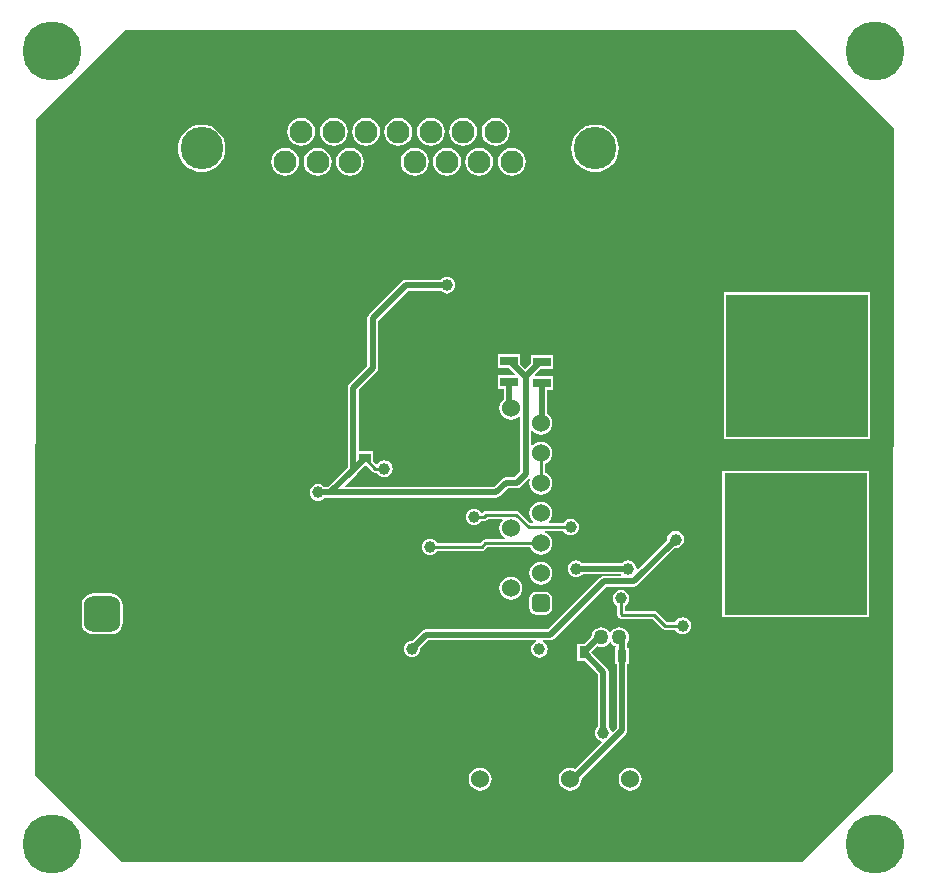
<source format=gbl>
G04 Layer_Physical_Order=2*
G04 Layer_Color=16711680*
%FSLAX25Y25*%
%MOIN*%
G70*
G01*
G75*
%ADD12R,0.03150X0.03937*%
%ADD13R,0.03937X0.03150*%
%ADD26R,0.06000X0.03000*%
%ADD27C,0.01000*%
%ADD28C,0.01969*%
%ADD33R,0.47244X0.47244*%
G04:AMPARAMS|DCode=34|XSize=120mil|YSize=120mil|CornerRadius=30mil|HoleSize=0mil|Usage=FLASHONLY|Rotation=270.000|XOffset=0mil|YOffset=0mil|HoleType=Round|Shape=RoundedRectangle|*
%AMROUNDEDRECTD34*
21,1,0.12000,0.06000,0,0,270.0*
21,1,0.06000,0.12000,0,0,270.0*
1,1,0.06000,-0.03000,-0.03000*
1,1,0.06000,-0.03000,0.03000*
1,1,0.06000,0.03000,0.03000*
1,1,0.06000,0.03000,-0.03000*
%
%ADD34ROUNDEDRECTD34*%
%ADD35C,0.12000*%
%ADD36C,0.06000*%
G04:AMPARAMS|DCode=37|XSize=60mil|YSize=60mil|CornerRadius=15mil|HoleSize=0mil|Usage=FLASHONLY|Rotation=270.000|XOffset=0mil|YOffset=0mil|HoleType=Round|Shape=RoundedRectangle|*
%AMROUNDEDRECTD37*
21,1,0.06000,0.03000,0,0,270.0*
21,1,0.03000,0.06000,0,0,270.0*
1,1,0.03000,-0.01500,-0.01500*
1,1,0.03000,-0.01500,0.01500*
1,1,0.03000,0.01500,0.01500*
1,1,0.03000,0.01500,-0.01500*
%
%ADD37ROUNDEDRECTD37*%
%ADD38C,0.07685*%
%ADD39C,0.14173*%
%ADD40C,0.03937*%
%ADD41C,0.19685*%
%ADD42C,0.05000*%
G36*
X465446Y352073D02*
X465257Y137698D01*
X435043Y107484D01*
X208067D01*
X179072Y136479D01*
X179553Y355143D01*
X209059Y384649D01*
X432870D01*
X465446Y352073D01*
D02*
G37*
%LPC*%
G36*
X392618Y217703D02*
X391899Y217608D01*
X391228Y217331D01*
X390653Y216889D01*
X390211Y216313D01*
X389933Y215643D01*
X389838Y214924D01*
X389865Y214725D01*
X380123Y204983D01*
X379650Y205217D01*
X379555Y205936D01*
X379277Y206606D01*
X378836Y207182D01*
X378260Y207624D01*
X377590Y207902D01*
X376870Y207996D01*
X376151Y207902D01*
X375480Y207624D01*
X374905Y207182D01*
X374782Y207023D01*
X361635D01*
X361513Y207182D01*
X360937Y207624D01*
X360267Y207902D01*
X359547Y207996D01*
X358828Y207902D01*
X358157Y207624D01*
X357582Y207182D01*
X357140Y206606D01*
X356862Y205936D01*
X356768Y205217D01*
X356862Y204497D01*
X357140Y203827D01*
X357582Y203251D01*
X358157Y202809D01*
X358828Y202532D01*
X359547Y202437D01*
X360267Y202532D01*
X360937Y202809D01*
X361513Y203251D01*
X361635Y203410D01*
X374430D01*
X374545Y203251D01*
X374290Y202751D01*
X368661D01*
X367970Y202614D01*
X367384Y202222D01*
X350138Y184976D01*
X309547D01*
X308856Y184838D01*
X308270Y184447D01*
X305022Y181198D01*
X304823Y181225D01*
X304103Y181130D01*
X303433Y180852D01*
X302857Y180410D01*
X302416Y179835D01*
X302138Y179164D01*
X302043Y178445D01*
X302138Y177725D01*
X302416Y177055D01*
X302857Y176479D01*
X303433Y176038D01*
X304103Y175760D01*
X304823Y175665D01*
X305542Y175760D01*
X306213Y176038D01*
X306788Y176479D01*
X307230Y177055D01*
X307508Y177725D01*
X307603Y178445D01*
X307576Y178644D01*
X310296Y181363D01*
X346018D01*
X346118Y180863D01*
X345854Y180754D01*
X345279Y180312D01*
X344837Y179736D01*
X344559Y179066D01*
X344464Y178347D01*
X344559Y177627D01*
X344837Y176957D01*
X345279Y176381D01*
X345854Y175939D01*
X346525Y175662D01*
X347244Y175567D01*
X347964Y175662D01*
X348634Y175939D01*
X349210Y176381D01*
X349651Y176957D01*
X349929Y177627D01*
X350024Y178347D01*
X349929Y179066D01*
X349651Y179736D01*
X349210Y180312D01*
X348634Y180754D01*
X348370Y180863D01*
X348470Y181363D01*
X350886D01*
X351577Y181500D01*
X352163Y181892D01*
X369410Y199138D01*
X378639D01*
X379331Y199276D01*
X379917Y199668D01*
X392419Y212170D01*
X392618Y212144D01*
X393337Y212239D01*
X394008Y212516D01*
X394584Y212958D01*
X395025Y213534D01*
X395303Y214204D01*
X395398Y214924D01*
X395303Y215643D01*
X395025Y216313D01*
X394584Y216889D01*
X394008Y217331D01*
X393337Y217608D01*
X392618Y217703D01*
D02*
G37*
G36*
X347736Y207521D02*
X346747Y207391D01*
X345826Y207009D01*
X345035Y206402D01*
X344428Y205611D01*
X344046Y204690D01*
X343916Y203701D01*
X344046Y202712D01*
X344428Y201791D01*
X345035Y201000D01*
X345826Y200393D01*
X346747Y200011D01*
X347736Y199881D01*
X348725Y200011D01*
X349646Y200393D01*
X350437Y201000D01*
X351045Y201791D01*
X351426Y202712D01*
X351556Y203701D01*
X351426Y204690D01*
X351045Y205611D01*
X350437Y206402D01*
X349646Y207009D01*
X348725Y207391D01*
X347736Y207521D01*
D02*
G37*
G36*
X337736Y202521D02*
X336748Y202391D01*
X335826Y202009D01*
X335035Y201402D01*
X334428Y200611D01*
X334046Y199689D01*
X333916Y198701D01*
X334046Y197712D01*
X334428Y196791D01*
X335035Y196000D01*
X335826Y195393D01*
X336748Y195011D01*
X337736Y194881D01*
X338725Y195011D01*
X339646Y195393D01*
X340437Y196000D01*
X341044Y196791D01*
X341426Y197712D01*
X341556Y198701D01*
X341426Y199689D01*
X341044Y200611D01*
X340437Y201402D01*
X339646Y202009D01*
X338725Y202391D01*
X337736Y202521D01*
D02*
G37*
G36*
X347736Y227521D02*
X346747Y227391D01*
X345826Y227009D01*
X345035Y226402D01*
X344428Y225611D01*
X344046Y224690D01*
X343916Y223701D01*
X344046Y222712D01*
X344428Y221791D01*
X345035Y221000D01*
X345113Y220940D01*
X344952Y220466D01*
X344191D01*
X340528Y224129D01*
X340103Y224413D01*
X339600Y224513D01*
X329501D01*
X328999Y224413D01*
X328573Y224129D01*
X328338Y223894D01*
X328218Y223878D01*
X327767Y223927D01*
X327402Y224402D01*
X326826Y224844D01*
X326156Y225122D01*
X325436Y225217D01*
X324717Y225122D01*
X324047Y224844D01*
X323471Y224402D01*
X323029Y223827D01*
X322752Y223156D01*
X322657Y222437D01*
X322752Y221718D01*
X323029Y221047D01*
X323471Y220472D01*
X324047Y220030D01*
X324717Y219752D01*
X325436Y219657D01*
X326156Y219752D01*
X326826Y220030D01*
X327402Y220472D01*
X327844Y221047D01*
X327876Y221124D01*
X328737D01*
X329239Y221224D01*
X329665Y221509D01*
X330045Y221888D01*
X334891D01*
X334998Y221572D01*
X335024Y221388D01*
X334428Y220611D01*
X334046Y219689D01*
X333916Y218701D01*
X334046Y217712D01*
X334428Y216791D01*
X335035Y216000D01*
X335669Y215513D01*
X335499Y215013D01*
X329271D01*
X328769Y214914D01*
X328343Y214629D01*
X327464Y213750D01*
X313231D01*
X313199Y213827D01*
X312757Y214403D01*
X312181Y214844D01*
X311511Y215122D01*
X310791Y215217D01*
X310072Y215122D01*
X309401Y214844D01*
X308826Y214403D01*
X308384Y213827D01*
X308106Y213156D01*
X308012Y212437D01*
X308106Y211718D01*
X308384Y211047D01*
X308826Y210472D01*
X309401Y210030D01*
X310072Y209752D01*
X310791Y209657D01*
X311511Y209752D01*
X312181Y210030D01*
X312757Y210472D01*
X313199Y211047D01*
X313231Y211124D01*
X328007D01*
X328510Y211224D01*
X328935Y211509D01*
X329815Y212388D01*
X344180D01*
X344428Y211791D01*
X345035Y211000D01*
X345826Y210392D01*
X346747Y210011D01*
X347736Y209881D01*
X348725Y210011D01*
X349646Y210392D01*
X350437Y211000D01*
X351045Y211791D01*
X351426Y212712D01*
X351556Y213701D01*
X351426Y214689D01*
X351045Y215611D01*
X350437Y216402D01*
X349646Y217009D01*
X348845Y217341D01*
X348945Y217841D01*
X355179D01*
X355211Y217764D01*
X355653Y217188D01*
X356228Y216746D01*
X356899Y216469D01*
X357618Y216374D01*
X358337Y216469D01*
X359008Y216746D01*
X359584Y217188D01*
X360025Y217764D01*
X360303Y218434D01*
X360398Y219153D01*
X360303Y219873D01*
X360025Y220543D01*
X359584Y221119D01*
X359008Y221561D01*
X358337Y221838D01*
X357618Y221933D01*
X356899Y221838D01*
X356228Y221561D01*
X355653Y221119D01*
X355211Y220543D01*
X355179Y220466D01*
X350520D01*
X350359Y220940D01*
X350437Y221000D01*
X351045Y221791D01*
X351426Y222712D01*
X351556Y223701D01*
X351426Y224690D01*
X351045Y225611D01*
X350437Y226402D01*
X349646Y227009D01*
X348725Y227391D01*
X347736Y227521D01*
D02*
G37*
G36*
X262500Y345556D02*
X261291Y345397D01*
X260165Y344930D01*
X259198Y344188D01*
X258456Y343221D01*
X257989Y342094D01*
X257830Y340886D01*
X257989Y339677D01*
X258456Y338551D01*
X259198Y337584D01*
X260165Y336842D01*
X261291Y336375D01*
X262500Y336216D01*
X263709Y336375D01*
X264835Y336842D01*
X265802Y337584D01*
X266544Y338551D01*
X267011Y339677D01*
X267170Y340886D01*
X267011Y342094D01*
X266544Y343221D01*
X265802Y344188D01*
X264835Y344930D01*
X263709Y345397D01*
X262500Y345556D01*
D02*
G37*
G36*
X316437Y302484D02*
X315718Y302390D01*
X315047Y302112D01*
X314472Y301670D01*
X314349Y301511D01*
X302731D01*
X302040Y301374D01*
X301454Y300982D01*
X290357Y289885D01*
X289965Y289299D01*
X289827Y288608D01*
Y272795D01*
X283860Y266828D01*
X283469Y266242D01*
X283331Y265551D01*
Y238937D01*
X276811Y232417D01*
X275513D01*
X275391Y232576D01*
X274815Y233017D01*
X274145Y233295D01*
X273425Y233390D01*
X272706Y233295D01*
X272035Y233017D01*
X271460Y232576D01*
X271018Y232000D01*
X270740Y231330D01*
X270645Y230610D01*
X270740Y229891D01*
X271018Y229220D01*
X271460Y228645D01*
X272035Y228203D01*
X272706Y227925D01*
X273425Y227831D01*
X274145Y227925D01*
X274815Y228203D01*
X275391Y228645D01*
X275513Y228804D01*
X332897D01*
X333589Y228941D01*
X334175Y229333D01*
X336965Y232123D01*
X339713D01*
X340404Y232260D01*
X340990Y232652D01*
X343843Y235505D01*
X344267Y235221D01*
X344046Y234689D01*
X343916Y233701D01*
X344046Y232712D01*
X344428Y231791D01*
X345035Y231000D01*
X345826Y230393D01*
X346747Y230011D01*
X347736Y229881D01*
X348725Y230011D01*
X349646Y230393D01*
X350437Y231000D01*
X351045Y231791D01*
X351426Y232712D01*
X351556Y233701D01*
X351426Y234689D01*
X351045Y235611D01*
X350437Y236402D01*
X349646Y237009D01*
X349049Y237257D01*
Y240145D01*
X349646Y240392D01*
X350437Y241000D01*
X351045Y241791D01*
X351426Y242712D01*
X351556Y243701D01*
X351426Y244689D01*
X351045Y245611D01*
X350437Y246402D01*
X349646Y247009D01*
X348725Y247391D01*
X347736Y247521D01*
X346747Y247391D01*
X345826Y247009D01*
X345035Y246402D01*
X344945Y246285D01*
X344472Y246446D01*
Y250956D01*
X344945Y251117D01*
X345035Y251000D01*
X345826Y250393D01*
X346747Y250011D01*
X347736Y249881D01*
X348725Y250011D01*
X349646Y250393D01*
X350437Y251000D01*
X351045Y251791D01*
X351426Y252712D01*
X351556Y253701D01*
X351426Y254690D01*
X351045Y255611D01*
X350437Y256402D01*
X349936Y256786D01*
Y264783D01*
X351917D01*
Y269358D01*
X345838D01*
X345646Y269820D01*
X347610Y271783D01*
X351917D01*
Y276358D01*
X344342D01*
Y273625D01*
X342598Y271881D01*
X340894Y273585D01*
Y276752D01*
X333319D01*
Y272177D01*
X337193D01*
X339156Y270214D01*
X338965Y269752D01*
X333319D01*
Y265177D01*
X335300D01*
Y261605D01*
X335035Y261402D01*
X334428Y260611D01*
X334046Y259689D01*
X333916Y258701D01*
X334046Y257712D01*
X334428Y256791D01*
X335035Y256000D01*
X335826Y255393D01*
X336748Y255011D01*
X337736Y254881D01*
X338725Y255011D01*
X339646Y255393D01*
X340359Y255939D01*
X340859Y255806D01*
Y237630D01*
X338965Y235736D01*
X336216D01*
X335525Y235598D01*
X334939Y235206D01*
X332149Y232417D01*
X282573D01*
X282382Y232878D01*
X286415Y236912D01*
X289169Y239665D01*
X289482D01*
X291493Y237654D01*
X291919Y237370D01*
X292421Y237270D01*
X293132D01*
X293164Y237193D01*
X293605Y236617D01*
X294181Y236175D01*
X294851Y235898D01*
X295571Y235803D01*
X296290Y235898D01*
X296961Y236175D01*
X297536Y236617D01*
X297978Y237193D01*
X298256Y237863D01*
X298351Y238583D01*
X298256Y239302D01*
X297978Y239972D01*
X297536Y240548D01*
X296961Y240990D01*
X296290Y241268D01*
X295571Y241362D01*
X294851Y241268D01*
X294181Y240990D01*
X293605Y240548D01*
X293338Y240200D01*
X292760Y240136D01*
X292700Y240160D01*
X291732Y241128D01*
Y244390D01*
X286944D01*
Y264803D01*
X292911Y270770D01*
X293303Y271356D01*
X293440Y272047D01*
Y287859D01*
X303479Y297898D01*
X314349D01*
X314472Y297739D01*
X315047Y297297D01*
X315718Y297020D01*
X316437Y296925D01*
X317156Y297020D01*
X317827Y297297D01*
X318403Y297739D01*
X318844Y298315D01*
X319122Y298985D01*
X319217Y299705D01*
X319122Y300424D01*
X318844Y301095D01*
X318403Y301670D01*
X317827Y302112D01*
X317156Y302390D01*
X316437Y302484D01*
D02*
G37*
G36*
X457579Y297342D02*
X408760D01*
Y248524D01*
X457579D01*
Y297342D01*
D02*
G37*
G36*
X204575Y196978D02*
X198575D01*
X197586Y196847D01*
X196665Y196466D01*
X195874Y195859D01*
X195266Y195068D01*
X194885Y194146D01*
X194755Y193157D01*
Y187157D01*
X194885Y186169D01*
X195266Y185247D01*
X195874Y184456D01*
X196665Y183849D01*
X197586Y183468D01*
X198575Y183337D01*
X204575D01*
X205563Y183468D01*
X206485Y183849D01*
X207276Y184456D01*
X207883Y185247D01*
X208265Y186169D01*
X208395Y187157D01*
Y193157D01*
X208265Y194146D01*
X207883Y195068D01*
X207276Y195859D01*
X206485Y196466D01*
X205563Y196847D01*
X204575Y196978D01*
D02*
G37*
G36*
X377559Y138859D02*
X376570Y138729D01*
X375649Y138348D01*
X374858Y137741D01*
X374251Y136949D01*
X373869Y136028D01*
X373739Y135039D01*
X373869Y134051D01*
X374251Y133129D01*
X374858Y132338D01*
X375649Y131731D01*
X376570Y131350D01*
X377559Y131219D01*
X378548Y131350D01*
X379469Y131731D01*
X380260Y132338D01*
X380867Y133129D01*
X381249Y134051D01*
X381379Y135039D01*
X381249Y136028D01*
X380867Y136949D01*
X380260Y137741D01*
X379469Y138348D01*
X378548Y138729D01*
X377559Y138859D01*
D02*
G37*
G36*
X327559D02*
X326570Y138729D01*
X325649Y138348D01*
X324858Y137741D01*
X324251Y136949D01*
X323869Y136028D01*
X323739Y135039D01*
X323869Y134051D01*
X324251Y133129D01*
X324858Y132338D01*
X325649Y131731D01*
X326570Y131350D01*
X327559Y131219D01*
X328548Y131350D01*
X329469Y131731D01*
X330260Y132338D01*
X330867Y133129D01*
X331249Y134051D01*
X331379Y135039D01*
X331249Y136028D01*
X330867Y136949D01*
X330260Y137741D01*
X329469Y138348D01*
X328548Y138729D01*
X327559Y138859D01*
D02*
G37*
G36*
X374410Y198055D02*
X373690Y197960D01*
X373020Y197683D01*
X372444Y197241D01*
X372002Y196665D01*
X371725Y195995D01*
X371630Y195276D01*
X371725Y194556D01*
X372002Y193886D01*
X372444Y193310D01*
X373020Y192868D01*
X373097Y192836D01*
Y190157D01*
X373197Y189655D01*
X373481Y189229D01*
X373875Y188836D01*
X374301Y188551D01*
X374803Y188451D01*
X384889D01*
X388048Y185292D01*
X388474Y185008D01*
X388976Y184908D01*
X392541D01*
X392573Y184831D01*
X393015Y184255D01*
X393590Y183813D01*
X394261Y183536D01*
X394980Y183441D01*
X395700Y183536D01*
X396370Y183813D01*
X396946Y184255D01*
X397388Y184831D01*
X397665Y185501D01*
X397760Y186221D01*
X397665Y186940D01*
X397388Y187610D01*
X396946Y188186D01*
X396370Y188628D01*
X395700Y188905D01*
X394980Y189000D01*
X394261Y188905D01*
X393590Y188628D01*
X393015Y188186D01*
X392573Y187610D01*
X392541Y187533D01*
X389520D01*
X386361Y190692D01*
X385935Y190977D01*
X385433Y191076D01*
X375722D01*
Y192836D01*
X375799Y192868D01*
X376375Y193310D01*
X376817Y193886D01*
X377094Y194556D01*
X377189Y195276D01*
X377094Y195995D01*
X376817Y196665D01*
X376375Y197241D01*
X375799Y197683D01*
X375129Y197960D01*
X374410Y198055D01*
D02*
G37*
G36*
X349236Y197533D02*
X346236D01*
X345344Y197355D01*
X344587Y196850D01*
X344081Y196093D01*
X343904Y195201D01*
Y192201D01*
X344081Y191308D01*
X344587Y190552D01*
X345344Y190046D01*
X346236Y189869D01*
X349236D01*
X350129Y190046D01*
X350885Y190552D01*
X351391Y191308D01*
X351568Y192201D01*
Y195201D01*
X351391Y196093D01*
X350885Y196850D01*
X350129Y197355D01*
X349236Y197533D01*
D02*
G37*
G36*
X457087Y237795D02*
X408268D01*
Y188976D01*
X457087D01*
Y237795D01*
D02*
G37*
G36*
X373917Y185698D02*
X373059Y185585D01*
X372259Y185253D01*
X371573Y184727D01*
X371164Y184193D01*
X371042Y184154D01*
X370690Y184154D01*
X370568Y184193D01*
X370159Y184726D01*
X369473Y185253D01*
X368673Y185584D01*
X367815Y185697D01*
X366956Y185584D01*
X366157Y185253D01*
X365470Y184726D01*
X364943Y184040D01*
X364612Y183240D01*
X364499Y182382D01*
X364505Y182335D01*
X362209Y180039D01*
X359646D01*
Y174528D01*
X362209D01*
X366698Y170039D01*
Y152481D01*
X366538Y152359D01*
X366097Y151784D01*
X365819Y151113D01*
X365724Y150394D01*
X365819Y149674D01*
X366097Y149004D01*
X366538Y148428D01*
X367114Y147986D01*
X367785Y147709D01*
X367904Y147693D01*
X368065Y147220D01*
X359274Y138429D01*
X358548Y138729D01*
X357559Y138859D01*
X356570Y138729D01*
X355649Y138348D01*
X354858Y137741D01*
X354251Y136949D01*
X353869Y136028D01*
X353739Y135039D01*
X353869Y134051D01*
X354251Y133129D01*
X354858Y132338D01*
X355649Y131731D01*
X356570Y131350D01*
X357559Y131219D01*
X358548Y131350D01*
X359469Y131731D01*
X360260Y132338D01*
X360867Y133129D01*
X361249Y134051D01*
X361379Y135039D01*
X361334Y135380D01*
X376080Y150126D01*
X376472Y150712D01*
X376609Y151403D01*
Y173327D01*
X377165D01*
Y178839D01*
X376609D01*
Y180490D01*
X376789Y180724D01*
X377120Y181524D01*
X377233Y182382D01*
X377120Y183240D01*
X376789Y184040D01*
X376262Y184727D01*
X375575Y185253D01*
X374776Y185585D01*
X373917Y185698D01*
D02*
G37*
G36*
X289469Y355556D02*
X288260Y355397D01*
X287134Y354930D01*
X286166Y354188D01*
X285424Y353221D01*
X284958Y352095D01*
X284799Y350886D01*
X284958Y349677D01*
X285424Y348551D01*
X286166Y347584D01*
X287134Y346842D01*
X288260Y346375D01*
X289469Y346216D01*
X290677Y346375D01*
X291803Y346842D01*
X292771Y347584D01*
X293513Y348551D01*
X293979Y349677D01*
X294138Y350886D01*
X293979Y352095D01*
X293513Y353221D01*
X292771Y354188D01*
X291803Y354930D01*
X290677Y355397D01*
X289469Y355556D01*
D02*
G37*
G36*
X278681D02*
X277472Y355397D01*
X276346Y354930D01*
X275379Y354188D01*
X274637Y353221D01*
X274170Y352095D01*
X274011Y350886D01*
X274170Y349677D01*
X274637Y348551D01*
X275379Y347584D01*
X276346Y346842D01*
X277472Y346375D01*
X278681Y346216D01*
X279890Y346375D01*
X281016Y346842D01*
X281983Y347584D01*
X282725Y348551D01*
X283192Y349677D01*
X283351Y350886D01*
X283192Y352095D01*
X282725Y353221D01*
X281983Y354188D01*
X281016Y354930D01*
X279890Y355397D01*
X278681Y355556D01*
D02*
G37*
G36*
X267894D02*
X266685Y355397D01*
X265559Y354930D01*
X264592Y354188D01*
X263849Y353221D01*
X263383Y352095D01*
X263224Y350886D01*
X263383Y349677D01*
X263849Y348551D01*
X264592Y347584D01*
X265559Y346842D01*
X266685Y346375D01*
X267894Y346216D01*
X269102Y346375D01*
X270229Y346842D01*
X271196Y347584D01*
X271938Y348551D01*
X272405Y349677D01*
X272564Y350886D01*
X272405Y352095D01*
X271938Y353221D01*
X271196Y354188D01*
X270229Y354930D01*
X269102Y355397D01*
X267894Y355556D01*
D02*
G37*
G36*
X300256D02*
X299047Y355397D01*
X297921Y354930D01*
X296954Y354188D01*
X296212Y353221D01*
X295745Y352095D01*
X295586Y350886D01*
X295745Y349677D01*
X296212Y348551D01*
X296954Y347584D01*
X297921Y346842D01*
X299047Y346375D01*
X300256Y346216D01*
X301465Y346375D01*
X302591Y346842D01*
X303558Y347584D01*
X304300Y348551D01*
X304767Y349677D01*
X304926Y350886D01*
X304767Y352095D01*
X304300Y353221D01*
X303558Y354188D01*
X302591Y354930D01*
X301465Y355397D01*
X300256Y355556D01*
D02*
G37*
G36*
X332618D02*
X331410Y355397D01*
X330283Y354930D01*
X329316Y354188D01*
X328574Y353221D01*
X328107Y352095D01*
X327948Y350886D01*
X328107Y349677D01*
X328574Y348551D01*
X329316Y347584D01*
X330283Y346842D01*
X331410Y346375D01*
X332618Y346216D01*
X333827Y346375D01*
X334953Y346842D01*
X335920Y347584D01*
X336662Y348551D01*
X337129Y349677D01*
X337288Y350886D01*
X337129Y352095D01*
X336662Y353221D01*
X335920Y354188D01*
X334953Y354930D01*
X333827Y355397D01*
X332618Y355556D01*
D02*
G37*
G36*
X321831D02*
X320622Y355397D01*
X319496Y354930D01*
X318529Y354188D01*
X317787Y353221D01*
X317320Y352095D01*
X317161Y350886D01*
X317320Y349677D01*
X317787Y348551D01*
X318529Y347584D01*
X319496Y346842D01*
X320622Y346375D01*
X321831Y346216D01*
X323039Y346375D01*
X324166Y346842D01*
X325133Y347584D01*
X325875Y348551D01*
X326342Y349677D01*
X326501Y350886D01*
X326342Y352095D01*
X325875Y353221D01*
X325133Y354188D01*
X324166Y354930D01*
X323039Y355397D01*
X321831Y355556D01*
D02*
G37*
G36*
X311043D02*
X309835Y355397D01*
X308708Y354930D01*
X307741Y354188D01*
X306999Y353221D01*
X306533Y352095D01*
X306374Y350886D01*
X306533Y349677D01*
X306999Y348551D01*
X307741Y347584D01*
X308708Y346842D01*
X309835Y346375D01*
X311043Y346216D01*
X312252Y346375D01*
X313378Y346842D01*
X314345Y347584D01*
X315088Y348551D01*
X315554Y349677D01*
X315713Y350886D01*
X315554Y352095D01*
X315088Y353221D01*
X314345Y354188D01*
X313378Y354930D01*
X312252Y355397D01*
X311043Y355556D01*
D02*
G37*
G36*
X365846Y353207D02*
X364303Y353055D01*
X362819Y352605D01*
X361451Y351874D01*
X360252Y350890D01*
X359268Y349691D01*
X358537Y348323D01*
X358086Y346839D01*
X357934Y345295D01*
X358086Y343752D01*
X358537Y342267D01*
X359268Y340899D01*
X360252Y339701D01*
X361451Y338717D01*
X362819Y337985D01*
X364303Y337535D01*
X365846Y337383D01*
X367390Y337535D01*
X368874Y337985D01*
X370242Y338717D01*
X371441Y339701D01*
X372425Y340899D01*
X373156Y342267D01*
X373607Y343752D01*
X373759Y345295D01*
X373607Y346839D01*
X373156Y348323D01*
X372425Y349691D01*
X371441Y350890D01*
X370242Y351874D01*
X368874Y352605D01*
X367390Y353055D01*
X365846Y353207D01*
D02*
G37*
G36*
X305650Y345556D02*
X304441Y345397D01*
X303315Y344930D01*
X302347Y344188D01*
X301605Y343221D01*
X301139Y342094D01*
X300980Y340886D01*
X301139Y339677D01*
X301605Y338551D01*
X302347Y337584D01*
X303315Y336842D01*
X304441Y336375D01*
X305650Y336216D01*
X306858Y336375D01*
X307985Y336842D01*
X308952Y337584D01*
X309694Y338551D01*
X310160Y339677D01*
X310319Y340886D01*
X310160Y342094D01*
X309694Y343221D01*
X308952Y344188D01*
X307985Y344930D01*
X306858Y345397D01*
X305650Y345556D01*
D02*
G37*
G36*
X284075D02*
X282866Y345397D01*
X281740Y344930D01*
X280773Y344188D01*
X280031Y343221D01*
X279564Y342094D01*
X279405Y340886D01*
X279564Y339677D01*
X280031Y338551D01*
X280773Y337584D01*
X281740Y336842D01*
X282866Y336375D01*
X284075Y336216D01*
X285283Y336375D01*
X286410Y336842D01*
X287377Y337584D01*
X288119Y338551D01*
X288586Y339677D01*
X288745Y340886D01*
X288586Y342094D01*
X288119Y343221D01*
X287377Y344188D01*
X286410Y344930D01*
X285283Y345397D01*
X284075Y345556D01*
D02*
G37*
G36*
X273287D02*
X272079Y345397D01*
X270953Y344930D01*
X269985Y344188D01*
X269243Y343221D01*
X268777Y342094D01*
X268618Y340886D01*
X268777Y339677D01*
X269243Y338551D01*
X269985Y337584D01*
X270953Y336842D01*
X272079Y336375D01*
X273287Y336216D01*
X274496Y336375D01*
X275622Y336842D01*
X276589Y337584D01*
X277332Y338551D01*
X277798Y339677D01*
X277957Y340886D01*
X277798Y342094D01*
X277332Y343221D01*
X276589Y344188D01*
X275622Y344930D01*
X274496Y345397D01*
X273287Y345556D01*
D02*
G37*
G36*
X316437D02*
X315228Y345397D01*
X314102Y344930D01*
X313135Y344188D01*
X312393Y343221D01*
X311926Y342094D01*
X311767Y340886D01*
X311926Y339677D01*
X312393Y338551D01*
X313135Y337584D01*
X314102Y336842D01*
X315228Y336375D01*
X316437Y336216D01*
X317646Y336375D01*
X318772Y336842D01*
X319739Y337584D01*
X320481Y338551D01*
X320948Y339677D01*
X321107Y340886D01*
X320948Y342094D01*
X320481Y343221D01*
X319739Y344188D01*
X318772Y344930D01*
X317646Y345397D01*
X316437Y345556D01*
D02*
G37*
G36*
X338012D02*
X336803Y345397D01*
X335677Y344930D01*
X334710Y344188D01*
X333968Y343221D01*
X333501Y342094D01*
X333342Y340886D01*
X333501Y339677D01*
X333968Y338551D01*
X334710Y337584D01*
X335677Y336842D01*
X336803Y336375D01*
X338012Y336216D01*
X339220Y336375D01*
X340347Y336842D01*
X341314Y337584D01*
X342056Y338551D01*
X342523Y339677D01*
X342682Y340886D01*
X342523Y342094D01*
X342056Y343221D01*
X341314Y344188D01*
X340347Y344930D01*
X339220Y345397D01*
X338012Y345556D01*
D02*
G37*
G36*
X234665Y353207D02*
X233122Y353055D01*
X231638Y352605D01*
X230270Y351874D01*
X229071Y350890D01*
X228087Y349691D01*
X227356Y348323D01*
X226905Y346839D01*
X226753Y345295D01*
X226905Y343752D01*
X227356Y342267D01*
X228087Y340899D01*
X229071Y339701D01*
X230270Y338717D01*
X231638Y337985D01*
X233122Y337535D01*
X234665Y337383D01*
X236209Y337535D01*
X237693Y337985D01*
X239061Y338717D01*
X240260Y339701D01*
X241244Y340899D01*
X241975Y342267D01*
X242425Y343752D01*
X242578Y345295D01*
X242425Y346839D01*
X241975Y348323D01*
X241244Y349691D01*
X240260Y350890D01*
X239061Y351874D01*
X237693Y352605D01*
X236209Y353055D01*
X234665Y353207D01*
D02*
G37*
G36*
X327224Y345556D02*
X326016Y345397D01*
X324889Y344930D01*
X323922Y344188D01*
X323180Y343221D01*
X322714Y342094D01*
X322555Y340886D01*
X322714Y339677D01*
X323180Y338551D01*
X323922Y337584D01*
X324889Y336842D01*
X326016Y336375D01*
X327224Y336216D01*
X328433Y336375D01*
X329559Y336842D01*
X330526Y337584D01*
X331269Y338551D01*
X331735Y339677D01*
X331894Y340886D01*
X331735Y342094D01*
X331269Y343221D01*
X330526Y344188D01*
X329559Y344930D01*
X328433Y345397D01*
X327224Y345556D01*
D02*
G37*
%LPD*%
G36*
X371164Y180570D02*
X371573Y180037D01*
X372259Y179510D01*
X372674Y179339D01*
X372575Y178839D01*
X372441D01*
Y173327D01*
X372997D01*
Y152152D01*
X371678Y150833D01*
X371205Y150994D01*
X371189Y151113D01*
X370911Y151784D01*
X370469Y152359D01*
X370310Y152481D01*
Y170787D01*
X370173Y171479D01*
X369781Y172065D01*
X364563Y177284D01*
X366604Y179325D01*
X366956Y179179D01*
X367815Y179066D01*
X368673Y179179D01*
X369473Y179510D01*
X370159Y180037D01*
X370568Y180570D01*
X370690Y180609D01*
X371042Y180609D01*
X371164Y180570D01*
D02*
G37*
D12*
X362008Y177284D02*
D03*
X356299D02*
D03*
X374803Y176083D02*
D03*
X380512D02*
D03*
D13*
X288976Y242028D02*
D03*
Y247736D02*
D03*
D26*
X348130Y267071D02*
D03*
Y274071D02*
D03*
X337106Y267465D02*
D03*
Y274465D02*
D03*
D27*
X342564Y269701D02*
X347131Y274268D01*
X357559Y135039D02*
X358439D01*
X343647Y219153D02*
X357618D01*
X339600Y223201D02*
X343647Y219153D01*
X374410Y190157D02*
Y195276D01*
X310791Y212437D02*
X328007D01*
X329271Y213701D01*
X347736D01*
X325436Y222437D02*
X328737D01*
X346850Y254587D02*
X347736Y253701D01*
X294291Y247736D02*
X297244Y244783D01*
X328737Y222437D02*
X329501Y223201D01*
X288976Y247736D02*
X294291D01*
X292421Y238583D02*
X295571D01*
X288976Y242028D02*
X292421Y238583D01*
X388976Y186221D02*
X394980D01*
X385433Y189764D02*
X388976Y186221D01*
X374803Y189764D02*
X385433D01*
X374410Y190157D02*
X374803Y189764D01*
X347736Y233701D02*
Y243701D01*
X337736Y267209D02*
X337894Y267366D01*
X329501Y223201D02*
X339600D01*
X337894Y274031D02*
Y274366D01*
X347131Y274268D02*
X347539D01*
X402286Y186024D02*
X402559D01*
D28*
X302731Y299705D02*
X316437D01*
X291634Y288608D02*
X302731Y299705D01*
X291634Y272047D02*
Y288608D01*
X285138Y265551D02*
X291634Y272047D01*
X285138Y238189D02*
Y265551D01*
X347736Y253701D02*
X348130Y254095D01*
Y267071D01*
X337106Y259331D02*
X337736Y258701D01*
X337106Y259331D02*
Y267465D01*
X342665Y269531D02*
Y269600D01*
Y236882D02*
Y269531D01*
X342564Y269701D02*
X342665Y269600D01*
Y269531D02*
X342802D01*
X342394D02*
X342665D01*
X342802D02*
X347539Y274268D01*
X337894Y274031D02*
X342394Y269531D01*
X339713Y233929D02*
X342665Y236882D01*
X277559Y230610D02*
X332897D01*
X273425D02*
X277559D01*
X336216Y233929D02*
X339713D01*
X332897Y230610D02*
X336216Y233929D01*
X358439Y135039D02*
X374803Y151403D01*
Y176083D01*
X368504Y150394D02*
Y170787D01*
X362008Y177284D02*
X368504Y170787D01*
X378639Y200945D02*
X392618Y214924D01*
X368661Y200945D02*
X378639D01*
X350886Y183169D02*
X368661Y200945D01*
X309547Y183169D02*
X350886D01*
X304823Y178445D02*
X309547Y183169D01*
X359547Y205217D02*
X376870D01*
X277559Y230610D02*
X285138Y238189D01*
X288976Y242028D01*
X362008Y177284D02*
X367106Y182382D01*
X367815D01*
X374803Y176083D02*
Y181496D01*
X373917Y182382D02*
X374803Y181496D01*
D33*
X433366Y154232D02*
D03*
X432677Y213386D02*
D03*
X433169Y272933D02*
D03*
D34*
X201575Y190157D02*
D03*
D35*
Y170473D02*
D03*
D36*
X337736Y258701D02*
D03*
X347736Y253701D02*
D03*
X337736Y248701D02*
D03*
X347736Y243701D02*
D03*
X337736Y238701D02*
D03*
X347736Y233701D02*
D03*
X337736Y218701D02*
D03*
X347736Y223701D02*
D03*
X337736Y228701D02*
D03*
X347736Y213701D02*
D03*
X337736Y208701D02*
D03*
Y198701D02*
D03*
X347736Y203701D02*
D03*
X327559Y135039D02*
D03*
X337559D02*
D03*
X357559D02*
D03*
X367559D02*
D03*
X377559D02*
D03*
D37*
X347736Y193701D02*
D03*
D38*
X338012Y340886D02*
D03*
X327224D02*
D03*
X316437D02*
D03*
X305650D02*
D03*
X294902D02*
D03*
X284075D02*
D03*
X273287D02*
D03*
X262500D02*
D03*
X332618Y350886D02*
D03*
X321831D02*
D03*
X311043D02*
D03*
X300256D02*
D03*
X289469D02*
D03*
X278681D02*
D03*
X267894D02*
D03*
D39*
X365846Y345295D02*
D03*
X234665D02*
D03*
D40*
X347244Y158346D02*
D03*
X337244Y168347D02*
D03*
X347244Y178347D02*
D03*
X261811Y211614D02*
D03*
X222539Y245374D02*
D03*
X318996Y164665D02*
D03*
X307185Y161909D02*
D03*
X280413Y132382D02*
D03*
Y146555D02*
D03*
X235138Y222539D02*
D03*
X216634Y243012D02*
D03*
X250886Y246161D02*
D03*
X219783Y264665D02*
D03*
X247736Y261909D02*
D03*
X243406Y195768D02*
D03*
X280413Y267027D02*
D03*
X231201Y196949D02*
D03*
X222933D02*
D03*
X257579Y148917D02*
D03*
Y154823D02*
D03*
Y160728D02*
D03*
X243799Y150886D02*
D03*
Y156791D02*
D03*
X320571Y179232D02*
D03*
X243799Y168602D02*
D03*
X280413Y139469D02*
D03*
X393799Y203248D02*
D03*
X392618Y214924D02*
D03*
X304823Y178445D02*
D03*
X376870Y205217D02*
D03*
X359547D02*
D03*
X291043Y182382D02*
D03*
X270374Y186319D02*
D03*
X253248Y183169D02*
D03*
X384744Y235531D02*
D03*
X378051Y227658D02*
D03*
X357618Y219153D02*
D03*
X374410Y195276D02*
D03*
X200689Y235335D02*
D03*
X257579Y288681D02*
D03*
X310791Y212437D02*
D03*
X325436Y222437D02*
D03*
X297244Y244783D02*
D03*
X273425Y230610D02*
D03*
X295571Y238583D02*
D03*
X394980Y186221D02*
D03*
X368504Y150394D02*
D03*
X275590Y222638D02*
D03*
X274902Y202756D02*
D03*
X304933Y190846D02*
D03*
X304232Y306594D02*
D03*
X316437Y299705D02*
D03*
X258563Y267028D02*
D03*
X402559Y186024D02*
D03*
X392224Y167027D02*
D03*
X325783Y217005D02*
D03*
X206997Y136790D02*
D03*
X197154Y156475D02*
D03*
X206997Y215530D02*
D03*
Y294270D02*
D03*
X197154Y313955D02*
D03*
X206997Y333640D02*
D03*
X197154Y353325D02*
D03*
X206997Y373010D02*
D03*
X216839Y117105D02*
D03*
X226682Y136790D02*
D03*
X216839Y156475D02*
D03*
Y313955D02*
D03*
X226682Y333640D02*
D03*
X216839Y353325D02*
D03*
X226682Y373010D02*
D03*
X236524Y117105D02*
D03*
Y156475D02*
D03*
X246367Y215530D02*
D03*
X236524Y235215D02*
D03*
Y274585D02*
D03*
X246367Y294270D02*
D03*
Y333640D02*
D03*
Y373010D02*
D03*
X256209Y195845D02*
D03*
X266052Y294270D02*
D03*
X256209Y313955D02*
D03*
Y353325D02*
D03*
X266052Y373010D02*
D03*
X275894Y117105D02*
D03*
Y195845D02*
D03*
Y313955D02*
D03*
X285737Y333640D02*
D03*
Y373010D02*
D03*
X295580Y117105D02*
D03*
Y195845D02*
D03*
X305422Y215530D02*
D03*
Y373010D02*
D03*
X315265Y117105D02*
D03*
Y156475D02*
D03*
X325107Y176160D02*
D03*
Y254900D02*
D03*
X315265Y274585D02*
D03*
X325107Y294270D02*
D03*
X315265Y313955D02*
D03*
X325107Y333640D02*
D03*
Y373010D02*
D03*
X334950Y117105D02*
D03*
X344792Y136790D02*
D03*
X334950Y156475D02*
D03*
X344792Y294270D02*
D03*
Y333640D02*
D03*
Y373010D02*
D03*
X354635Y117105D02*
D03*
Y156475D02*
D03*
X364477Y254900D02*
D03*
X354635Y274585D02*
D03*
X364477Y294270D02*
D03*
X354635Y313955D02*
D03*
X364477Y333640D02*
D03*
X354635Y353325D02*
D03*
X364477Y373010D02*
D03*
X374320Y117105D02*
D03*
X384162Y136790D02*
D03*
X374320Y235215D02*
D03*
X384162Y254900D02*
D03*
X374320Y274585D02*
D03*
X384162Y294270D02*
D03*
X374320Y313955D02*
D03*
X384162Y333640D02*
D03*
X374320Y353325D02*
D03*
X384162Y373010D02*
D03*
X394005Y117105D02*
D03*
X403847Y136790D02*
D03*
X394005Y156475D02*
D03*
Y235215D02*
D03*
X403847Y254900D02*
D03*
X394005Y274585D02*
D03*
X403847Y294270D02*
D03*
X394005Y313955D02*
D03*
X403847Y333640D02*
D03*
X394005Y353325D02*
D03*
X403847Y373010D02*
D03*
X413690Y117105D02*
D03*
Y313955D02*
D03*
X423532Y333640D02*
D03*
X413690Y353325D02*
D03*
X423532Y373010D02*
D03*
X433375Y117105D02*
D03*
Y313955D02*
D03*
X443217Y333640D02*
D03*
X433375Y353325D02*
D03*
X462902Y176160D02*
D03*
Y215530D02*
D03*
Y254900D02*
D03*
Y294270D02*
D03*
X453060Y313955D02*
D03*
X462902Y333640D02*
D03*
X453060Y353325D02*
D03*
D41*
X459252Y113386D02*
D03*
Y377854D02*
D03*
X184646Y377854D02*
D03*
Y113484D02*
D03*
D42*
X367815Y182382D02*
D03*
X373917Y182382D02*
D03*
M02*

</source>
